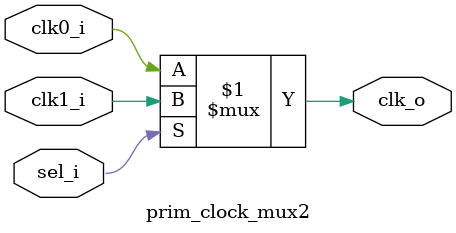
<source format=sv>

module prim_clock_mux2 (
  input        clk0_i,
  input        clk1_i,
  input        sel_i,
  output logic clk_o
);

  assign clk_o = (sel_i) ? clk1_i : clk0_i;

  // make sure sel is never X (including during reset)
  // need to use ##1 as this could break with inverted clocks that
  // start with a rising edge at the beginning of the simulation.
  //`ASSERT(selKnown0, ##1 !$isunknown(sel_i), clk0_i, 0)
  //`ASSERT(selKnown1, ##1 !$isunknown(sel_i), clk1_i, 0)

endmodule

</source>
